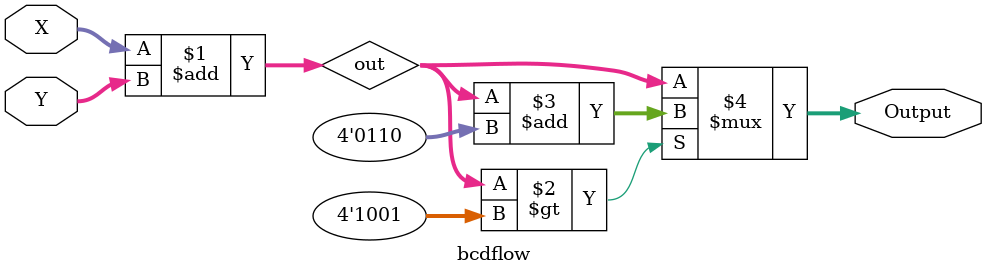
<source format=v>
module bcdflow(X,Y,Output);
    input [3:0]X;
    input [3:0]Y;
    output [3:0]Output;
    wire [3:0]out;
    assign out = X + Y;
    assign Output = (out > 4'b1001)? (out + 4'b0110):out;
endmodule 
</source>
